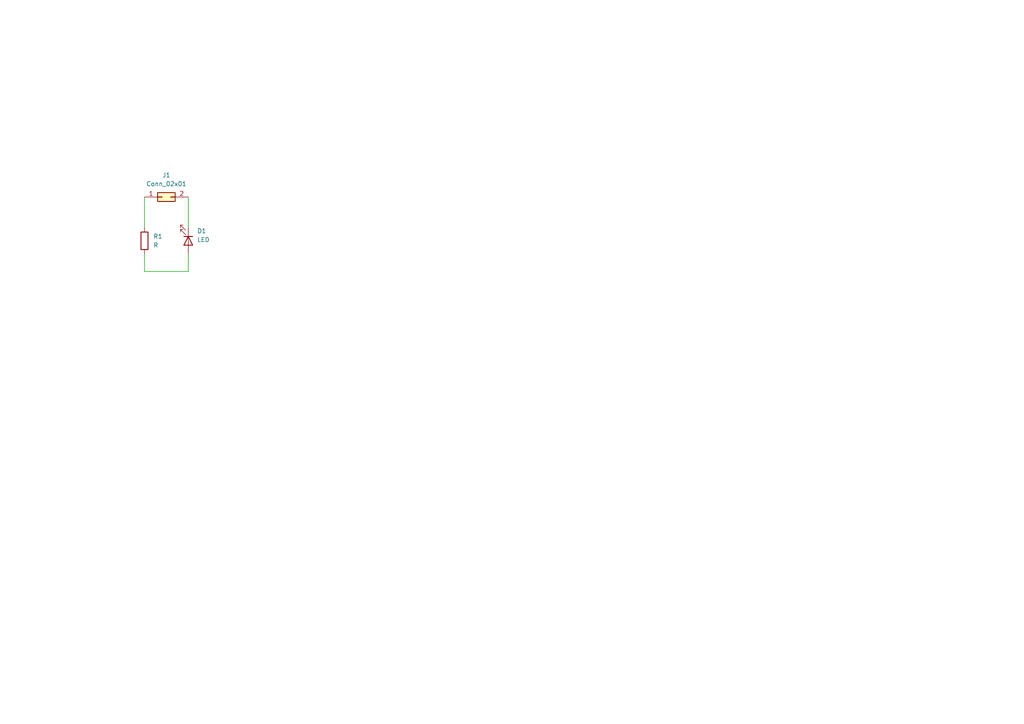
<source format=kicad_sch>
(kicad_sch
	(version 20231120)
	(generator "eeschema")
	(generator_version "8.0")
	(uuid "44725a11-417d-4df8-a316-05c430d79fe7")
	(paper "A4")
	(lib_symbols
		(symbol "Connector_Generic:Conn_02x01"
			(pin_names
				(offset 1.016) hide)
			(exclude_from_sim no)
			(in_bom yes)
			(on_board yes)
			(property "Reference" "J"
				(at 1.27 2.54 0)
				(effects
					(font
						(size 1.27 1.27)
					)
				)
			)
			(property "Value" "Conn_02x01"
				(at 1.27 -2.54 0)
				(effects
					(font
						(size 1.27 1.27)
					)
				)
			)
			(property "Footprint" ""
				(at 0 0 0)
				(effects
					(font
						(size 1.27 1.27)
					)
					(hide yes)
				)
			)
			(property "Datasheet" "~"
				(at 0 0 0)
				(effects
					(font
						(size 1.27 1.27)
					)
					(hide yes)
				)
			)
			(property "Description" "Generic connector, double row, 02x01, this symbol is compatible with counter-clockwise, top-bottom and odd-even numbering schemes., script generated (kicad-library-utils/schlib/autogen/connector/)"
				(at 0 0 0)
				(effects
					(font
						(size 1.27 1.27)
					)
					(hide yes)
				)
			)
			(property "ki_keywords" "connector"
				(at 0 0 0)
				(effects
					(font
						(size 1.27 1.27)
					)
					(hide yes)
				)
			)
			(property "ki_fp_filters" "Connector*:*_2x??_*"
				(at 0 0 0)
				(effects
					(font
						(size 1.27 1.27)
					)
					(hide yes)
				)
			)
			(symbol "Conn_02x01_1_1"
				(rectangle
					(start -1.27 0.127)
					(end 0 -0.127)
					(stroke
						(width 0.1524)
						(type default)
					)
					(fill
						(type none)
					)
				)
				(rectangle
					(start -1.27 1.27)
					(end 3.81 -1.27)
					(stroke
						(width 0.254)
						(type default)
					)
					(fill
						(type background)
					)
				)
				(rectangle
					(start 3.81 0.127)
					(end 2.54 -0.127)
					(stroke
						(width 0.1524)
						(type default)
					)
					(fill
						(type none)
					)
				)
				(pin passive line
					(at -5.08 0 0)
					(length 3.81)
					(name "Pin_1"
						(effects
							(font
								(size 1.27 1.27)
							)
						)
					)
					(number "1"
						(effects
							(font
								(size 1.27 1.27)
							)
						)
					)
				)
				(pin passive line
					(at 7.62 0 180)
					(length 3.81)
					(name "Pin_2"
						(effects
							(font
								(size 1.27 1.27)
							)
						)
					)
					(number "2"
						(effects
							(font
								(size 1.27 1.27)
							)
						)
					)
				)
			)
		)
		(symbol "Device:LED"
			(pin_numbers hide)
			(pin_names
				(offset 1.016) hide)
			(exclude_from_sim no)
			(in_bom yes)
			(on_board yes)
			(property "Reference" "D"
				(at 0 2.54 0)
				(effects
					(font
						(size 1.27 1.27)
					)
				)
			)
			(property "Value" "LED"
				(at 0 -2.54 0)
				(effects
					(font
						(size 1.27 1.27)
					)
				)
			)
			(property "Footprint" ""
				(at 0 0 0)
				(effects
					(font
						(size 1.27 1.27)
					)
					(hide yes)
				)
			)
			(property "Datasheet" "~"
				(at 0 0 0)
				(effects
					(font
						(size 1.27 1.27)
					)
					(hide yes)
				)
			)
			(property "Description" "Light emitting diode"
				(at 0 0 0)
				(effects
					(font
						(size 1.27 1.27)
					)
					(hide yes)
				)
			)
			(property "ki_keywords" "LED diode"
				(at 0 0 0)
				(effects
					(font
						(size 1.27 1.27)
					)
					(hide yes)
				)
			)
			(property "ki_fp_filters" "LED* LED_SMD:* LED_THT:*"
				(at 0 0 0)
				(effects
					(font
						(size 1.27 1.27)
					)
					(hide yes)
				)
			)
			(symbol "LED_0_1"
				(polyline
					(pts
						(xy -1.27 -1.27) (xy -1.27 1.27)
					)
					(stroke
						(width 0.254)
						(type default)
					)
					(fill
						(type none)
					)
				)
				(polyline
					(pts
						(xy -1.27 0) (xy 1.27 0)
					)
					(stroke
						(width 0)
						(type default)
					)
					(fill
						(type none)
					)
				)
				(polyline
					(pts
						(xy 1.27 -1.27) (xy 1.27 1.27) (xy -1.27 0) (xy 1.27 -1.27)
					)
					(stroke
						(width 0.254)
						(type default)
					)
					(fill
						(type none)
					)
				)
				(polyline
					(pts
						(xy -3.048 -0.762) (xy -4.572 -2.286) (xy -3.81 -2.286) (xy -4.572 -2.286) (xy -4.572 -1.524)
					)
					(stroke
						(width 0)
						(type default)
					)
					(fill
						(type none)
					)
				)
				(polyline
					(pts
						(xy -1.778 -0.762) (xy -3.302 -2.286) (xy -2.54 -2.286) (xy -3.302 -2.286) (xy -3.302 -1.524)
					)
					(stroke
						(width 0)
						(type default)
					)
					(fill
						(type none)
					)
				)
			)
			(symbol "LED_1_1"
				(pin passive line
					(at -3.81 0 0)
					(length 2.54)
					(name "K"
						(effects
							(font
								(size 1.27 1.27)
							)
						)
					)
					(number "1"
						(effects
							(font
								(size 1.27 1.27)
							)
						)
					)
				)
				(pin passive line
					(at 3.81 0 180)
					(length 2.54)
					(name "A"
						(effects
							(font
								(size 1.27 1.27)
							)
						)
					)
					(number "2"
						(effects
							(font
								(size 1.27 1.27)
							)
						)
					)
				)
			)
		)
		(symbol "Device:R"
			(pin_numbers hide)
			(pin_names
				(offset 0)
			)
			(exclude_from_sim no)
			(in_bom yes)
			(on_board yes)
			(property "Reference" "R"
				(at 2.032 0 90)
				(effects
					(font
						(size 1.27 1.27)
					)
				)
			)
			(property "Value" "R"
				(at 0 0 90)
				(effects
					(font
						(size 1.27 1.27)
					)
				)
			)
			(property "Footprint" ""
				(at -1.778 0 90)
				(effects
					(font
						(size 1.27 1.27)
					)
					(hide yes)
				)
			)
			(property "Datasheet" "~"
				(at 0 0 0)
				(effects
					(font
						(size 1.27 1.27)
					)
					(hide yes)
				)
			)
			(property "Description" "Resistor"
				(at 0 0 0)
				(effects
					(font
						(size 1.27 1.27)
					)
					(hide yes)
				)
			)
			(property "ki_keywords" "R res resistor"
				(at 0 0 0)
				(effects
					(font
						(size 1.27 1.27)
					)
					(hide yes)
				)
			)
			(property "ki_fp_filters" "R_*"
				(at 0 0 0)
				(effects
					(font
						(size 1.27 1.27)
					)
					(hide yes)
				)
			)
			(symbol "R_0_1"
				(rectangle
					(start -1.016 -2.54)
					(end 1.016 2.54)
					(stroke
						(width 0.254)
						(type default)
					)
					(fill
						(type none)
					)
				)
			)
			(symbol "R_1_1"
				(pin passive line
					(at 0 3.81 270)
					(length 1.27)
					(name "~"
						(effects
							(font
								(size 1.27 1.27)
							)
						)
					)
					(number "1"
						(effects
							(font
								(size 1.27 1.27)
							)
						)
					)
				)
				(pin passive line
					(at 0 -3.81 90)
					(length 1.27)
					(name "~"
						(effects
							(font
								(size 1.27 1.27)
							)
						)
					)
					(number "2"
						(effects
							(font
								(size 1.27 1.27)
							)
						)
					)
				)
			)
		)
	)
	(wire
		(pts
			(xy 41.91 78.74) (xy 54.61 78.74)
		)
		(stroke
			(width 0)
			(type default)
		)
		(uuid "0d613926-999a-41fc-9ad2-1a9d622002a4")
	)
	(wire
		(pts
			(xy 41.91 57.15) (xy 41.91 66.04)
		)
		(stroke
			(width 0)
			(type default)
		)
		(uuid "2eb1511c-27bf-4a2d-a481-5ed31fcc678c")
	)
	(wire
		(pts
			(xy 41.91 73.66) (xy 41.91 78.74)
		)
		(stroke
			(width 0)
			(type default)
		)
		(uuid "7c94f95a-b931-4f91-8875-35c22bf4190f")
	)
	(wire
		(pts
			(xy 54.61 57.15) (xy 54.61 66.04)
		)
		(stroke
			(width 0)
			(type default)
		)
		(uuid "9d80db01-895e-45b8-ab85-9de2750c4453")
	)
	(wire
		(pts
			(xy 54.61 78.74) (xy 54.61 73.66)
		)
		(stroke
			(width 0)
			(type default)
		)
		(uuid "fde67dd9-2c47-4daa-ae4e-68a87926f6a6")
	)
	(symbol
		(lib_id "Connector_Generic:Conn_02x01")
		(at 46.99 57.15 0)
		(unit 1)
		(exclude_from_sim no)
		(in_bom yes)
		(on_board yes)
		(dnp no)
		(fields_autoplaced yes)
		(uuid "0cc9a5a1-6082-4c3a-be39-ab09ee503f9d")
		(property "Reference" "J1"
			(at 48.26 50.8 0)
			(effects
				(font
					(size 1.27 1.27)
				)
			)
		)
		(property "Value" "Conn_02x01"
			(at 48.26 53.34 0)
			(effects
				(font
					(size 1.27 1.27)
				)
			)
		)
		(property "Footprint" "Connector_JST:JST_PH_S2B-PH-K_1x02_P2.00mm_Horizontal"
			(at 46.99 57.15 0)
			(effects
				(font
					(size 1.27 1.27)
				)
				(hide yes)
			)
		)
		(property "Datasheet" "~"
			(at 46.99 57.15 0)
			(effects
				(font
					(size 1.27 1.27)
				)
				(hide yes)
			)
		)
		(property "Description" "Generic connector, double row, 02x01, this symbol is compatible with counter-clockwise, top-bottom and odd-even numbering schemes., script generated (kicad-library-utils/schlib/autogen/connector/)"
			(at 46.99 57.15 0)
			(effects
				(font
					(size 1.27 1.27)
				)
				(hide yes)
			)
		)
		(pin "1"
			(uuid "fef2d419-bd94-421a-bd7d-772eb4c70de0")
		)
		(pin "2"
			(uuid "badc01b9-a8ee-4a43-9407-c98f03cf3571")
		)
		(instances
			(project ""
				(path "/44725a11-417d-4df8-a316-05c430d79fe7"
					(reference "J1")
					(unit 1)
				)
			)
		)
	)
	(symbol
		(lib_id "Device:LED")
		(at 54.61 69.85 270)
		(unit 1)
		(exclude_from_sim no)
		(in_bom yes)
		(on_board yes)
		(dnp no)
		(fields_autoplaced yes)
		(uuid "99cf3925-b6b3-4a38-bf02-5ceeb5022256")
		(property "Reference" "D1"
			(at 57.15 66.9924 90)
			(effects
				(font
					(size 1.27 1.27)
				)
				(justify left)
			)
		)
		(property "Value" "LED"
			(at 57.15 69.5324 90)
			(effects
				(font
					(size 1.27 1.27)
				)
				(justify left)
			)
		)
		(property "Footprint" "LED_THT:LED_D3.0mm"
			(at 54.61 69.85 0)
			(effects
				(font
					(size 1.27 1.27)
				)
				(hide yes)
			)
		)
		(property "Datasheet" "~"
			(at 54.61 69.85 0)
			(effects
				(font
					(size 1.27 1.27)
				)
				(hide yes)
			)
		)
		(property "Description" "Light emitting diode"
			(at 54.61 69.85 0)
			(effects
				(font
					(size 1.27 1.27)
				)
				(hide yes)
			)
		)
		(pin "1"
			(uuid "808bada8-66e6-44f6-bee0-efb4c3ec5445")
		)
		(pin "2"
			(uuid "2a7edcf4-de80-490f-928d-42bd6b62a16c")
		)
		(instances
			(project ""
				(path "/44725a11-417d-4df8-a316-05c430d79fe7"
					(reference "D1")
					(unit 1)
				)
			)
		)
	)
	(symbol
		(lib_id "Device:R")
		(at 41.91 69.85 0)
		(unit 1)
		(exclude_from_sim no)
		(in_bom yes)
		(on_board yes)
		(dnp no)
		(fields_autoplaced yes)
		(uuid "a82736b3-6356-4db0-8854-35d25b7e298e")
		(property "Reference" "R1"
			(at 44.45 68.5799 0)
			(effects
				(font
					(size 1.27 1.27)
				)
				(justify left)
			)
		)
		(property "Value" "R"
			(at 44.45 71.1199 0)
			(effects
				(font
					(size 1.27 1.27)
				)
				(justify left)
			)
		)
		(property "Footprint" "Resistor_THT:R_Axial_DIN0207_L6.3mm_D2.5mm_P7.62mm_Horizontal"
			(at 40.132 69.85 90)
			(effects
				(font
					(size 1.27 1.27)
				)
				(hide yes)
			)
		)
		(property "Datasheet" "~"
			(at 41.91 69.85 0)
			(effects
				(font
					(size 1.27 1.27)
				)
				(hide yes)
			)
		)
		(property "Description" "Resistor"
			(at 41.91 69.85 0)
			(effects
				(font
					(size 1.27 1.27)
				)
				(hide yes)
			)
		)
		(pin "2"
			(uuid "e181e7bb-f77e-4b5c-9e64-a5209074e8b5")
		)
		(pin "1"
			(uuid "a1c3568e-f6ac-4cf4-839a-4c44c35a5911")
		)
		(instances
			(project ""
				(path "/44725a11-417d-4df8-a316-05c430d79fe7"
					(reference "R1")
					(unit 1)
				)
			)
		)
	)
	(sheet_instances
		(path "/"
			(page "1")
		)
	)
)

</source>
